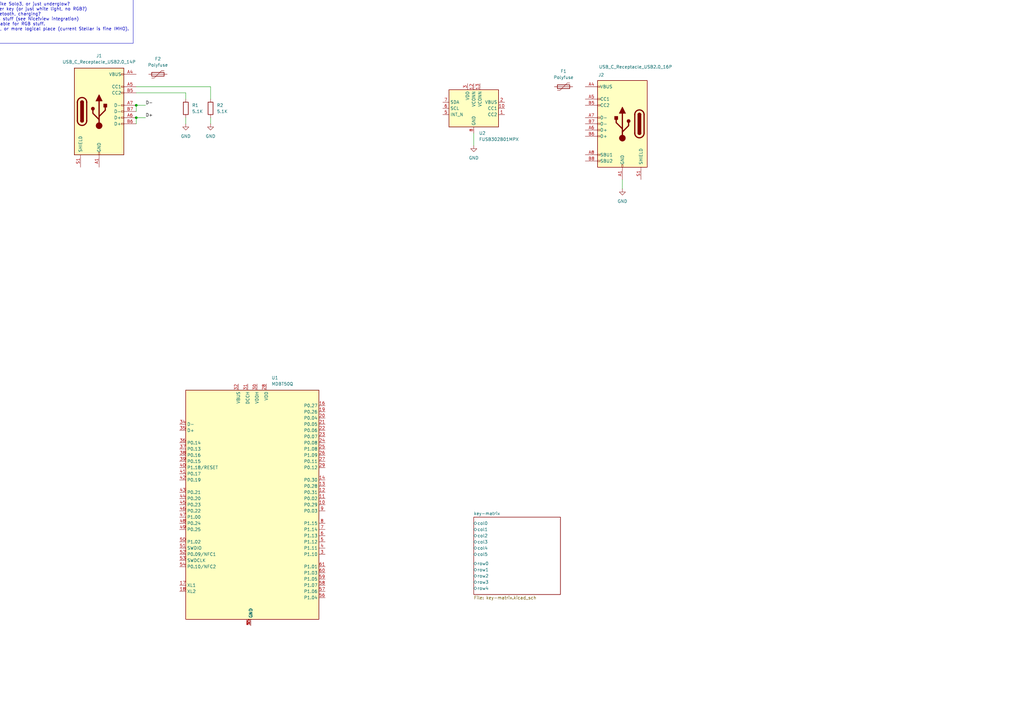
<source format=kicad_sch>
(kicad_sch (version 20250114) (generator "eeschema") (generator_version "9.0")
  (paper "A3")
  (lib_symbols
    (symbol "Connector:USB_C_Receptacle_USB2.0_14P" (pin_names (offset 1.016))
      (property "Reference" "J" (at 0 22.225 0))
      (property "Value" "USB_C_Receptacle_USB2.0_14P" (at 0 19.685 0))
      (symbol "USB_C_Receptacle_USB2.0_14P_0_0"
        (rectangle (start -0.254 -17.78) (end 0.254 -16.764))
        (rectangle (start 10.16 15.494) (end 9.144 14.986))
        (rectangle (start 10.16 10.414) (end 9.144 9.906))
        (rectangle (start 10.16 7.874) (end 9.144 7.366))
        (rectangle (start 10.16 2.794) (end 9.144 2.286))
        (rectangle (start 10.16 0.254) (end 9.144 -0.254))
        (rectangle (start 10.16 -2.286) (end 9.144 -2.794))
        (rectangle (start 10.16 -4.826) (end 9.144 -5.334))
      )
      (symbol "USB_C_Receptacle_USB2.0_14P_0_1"
        (rectangle (start -10.16 17.78) (end 10.16 -17.78) (stroke (width 0.254)) (fill (type background)))
        (polyline (pts (xy -8.89 -3.81) (xy -8.89 3.81)) (stroke (width 0.508)))
        (rectangle (start -7.62 -3.81) (end -6.35 3.81) (stroke (width 0.254)) (fill (type outline)))
        (arc (start -7.62 3.81) (mid -6.985 4.4423) (end -6.35 3.81) (stroke (width 0.254)))
        (arc (start -7.62 3.81) (mid -6.985 4.4423) (end -6.35 3.81) (stroke (width 0.254)) (fill (type outline)))
        (arc (start -8.89 3.81) (mid -6.985 5.7067) (end -5.08 3.81) (stroke (width 0.508)))
        (arc (start -5.08 -3.81) (mid -6.985 -5.7067) (end -8.89 -3.81) (stroke (width 0.508)))
        (arc (start -6.35 -3.81) (mid -6.985 -4.4423) (end -7.62 -3.81) (stroke (width 0.254)))
        (arc (start -6.35 -3.81) (mid -6.985 -4.4423) (end -7.62 -3.81) (stroke (width 0.254)) (fill (type outline)))
        (polyline (pts (xy -5.08 3.81) (xy -5.08 -3.81)) (stroke (width 0.508)))
        (circle (center -2.54 1.143) (radius 0.635) (stroke (width 0.254)) (fill (type outline)))
        (polyline (pts (xy -1.27 4.318) (xy 0 6.858) (xy 1.27 4.318) (xy -1.27 4.318)) (stroke (width 0.254)) (fill (type outline)))
        (polyline (pts (xy 0 -2.032) (xy 2.54 0.508) (xy 2.54 1.778)) (stroke (width 0.508)))
        (polyline (pts (xy 0 -3.302) (xy -2.54 -0.762) (xy -2.54 0.508)) (stroke (width 0.508)))
        (polyline (pts (xy 0 -5.842) (xy 0 4.318)) (stroke (width 0.508)))
        (circle (center 0 -5.842) (radius 1.27) (fill (type outline)))
        (rectangle (start 1.905 1.778) (end 3.175 3.048) (stroke (width 0.254)) (fill (type outline)))
      )
      (symbol "USB_C_Receptacle_USB2.0_14P_1_1"
        (pin passive line (at -7.62 -22.86 90) (length 5.08) (name "SHIELD") (number "S1"))
        (pin passive line (at 0 -22.86 90) (length 5.08) (name "GND") (number "A1"))
        (pin passive line (at 0 -22.86 90) (length 5.08) (hide yes) (name "GND") (number "A12"))
        (pin passive line (at 0 -22.86 90) (length 5.08) (hide yes) (name "GND") (number "B1"))
        (pin passive line (at 0 -22.86 90) (length 5.08) (hide yes) (name "GND") (number "B12"))
        (pin passive line (at 15.24 15.24 180) (length 5.08) (name "VBUS") (number "A4"))
        (pin passive line (at 15.24 15.24 180) (length 5.08) (hide yes) (name "VBUS") (number "A9"))
        (pin passive line (at 15.24 15.24 180) (length 5.08) (hide yes) (name "VBUS") (number "B4"))
        (pin passive line (at 15.24 15.24 180) (length 5.08) (hide yes) (name "VBUS") (number "B9"))
        (pin bidirectional line (at 15.24 10.16 180) (length 5.08) (name "CC1") (number "A5"))
        (pin bidirectional line (at 15.24 7.62 180) (length 5.08) (name "CC2") (number "B5"))
        (pin bidirectional line (at 15.24 2.54 180) (length 5.08) (name "D-") (number "A7"))
        (pin bidirectional line (at 15.24 0 180) (length 5.08) (name "D-") (number "B7"))
        (pin bidirectional line (at 15.24 -2.54 180) (length 5.08) (name "D+") (number "A6"))
        (pin bidirectional line (at 15.24 -5.08 180) (length 5.08) (name "D+") (number "B6"))
      )
    )
    (symbol "Connector:USB_C_Receptacle_USB2.0_16P" (pin_names (offset 1.016))
      (property "Reference" "J" (at 0 22.225 0))
      (property "Value" "USB_C_Receptacle_USB2.0_16P" (at 0 19.685 0))
      (symbol "USB_C_Receptacle_USB2.0_16P_0_0"
        (rectangle (start -0.254 -17.78) (end 0.254 -16.764))
        (rectangle (start 10.16 15.494) (end 9.144 14.986))
        (rectangle (start 10.16 10.414) (end 9.144 9.906))
        (rectangle (start 10.16 7.874) (end 9.144 7.366))
        (rectangle (start 10.16 2.794) (end 9.144 2.286))
        (rectangle (start 10.16 0.254) (end 9.144 -0.254))
        (rectangle (start 10.16 -2.286) (end 9.144 -2.794))
        (rectangle (start 10.16 -4.826) (end 9.144 -5.334))
        (rectangle (start 10.16 -12.446) (end 9.144 -12.954))
        (rectangle (start 10.16 -14.986) (end 9.144 -15.494))
      )
      (symbol "USB_C_Receptacle_USB2.0_16P_0_1"
        (rectangle (start -10.16 17.78) (end 10.16 -17.78) (stroke (width 0.254)) (fill (type background)))
        (polyline (pts (xy -8.89 -3.81) (xy -8.89 3.81)) (stroke (width 0.508)))
        (rectangle (start -7.62 -3.81) (end -6.35 3.81) (stroke (width 0.254)) (fill (type outline)))
        (arc (start -7.62 3.81) (mid -6.985 4.4423) (end -6.35 3.81) (stroke (width 0.254)))
        (arc (start -7.62 3.81) (mid -6.985 4.4423) (end -6.35 3.81) (stroke (width 0.254)) (fill (type outline)))
        (arc (start -8.89 3.81) (mid -6.985 5.7067) (end -5.08 3.81) (stroke (width 0.508)))
        (arc (start -5.08 -3.81) (mid -6.985 -5.7067) (end -8.89 -3.81) (stroke (width 0.508)))
        (arc (start -6.35 -3.81) (mid -6.985 -4.4423) (end -7.62 -3.81) (stroke (width 0.254)))
        (arc (start -6.35 -3.81) (mid -6.985 -4.4423) (end -7.62 -3.81) (stroke (width 0.254)) (fill (type outline)))
        (polyline (pts (xy -5.08 3.81) (xy -5.08 -3.81)) (stroke (width 0.508)))
        (circle (center -2.54 1.143) (radius 0.635) (stroke (width 0.254)) (fill (type outline)))
        (polyline (pts (xy -1.27 4.318) (xy 0 6.858) (xy 1.27 4.318) (xy -1.27 4.318)) (stroke (width 0.254)) (fill (type outline)))
        (polyline (pts (xy 0 -2.032) (xy 2.54 0.508) (xy 2.54 1.778)) (stroke (width 0.508)))
        (polyline (pts (xy 0 -3.302) (xy -2.54 -0.762) (xy -2.54 0.508)) (stroke (width 0.508)))
        (polyline (pts (xy 0 -5.842) (xy 0 4.318)) (stroke (width 0.508)))
        (circle (center 0 -5.842) (radius 1.27) (fill (type outline)))
        (rectangle (start 1.905 1.778) (end 3.175 3.048) (stroke (width 0.254)) (fill (type outline)))
      )
      (symbol "USB_C_Receptacle_USB2.0_16P_1_1"
        (pin passive line (at -7.62 -22.86 90) (length 5.08) (name "SHIELD") (number "S1"))
        (pin passive line (at 0 -22.86 90) (length 5.08) (name "GND") (number "A1"))
        (pin passive line (at 0 -22.86 90) (length 5.08) (hide yes) (name "GND") (number "A12"))
        (pin passive line (at 0 -22.86 90) (length 5.08) (hide yes) (name "GND") (number "B1"))
        (pin passive line (at 0 -22.86 90) (length 5.08) (hide yes) (name "GND") (number "B12"))
        (pin passive line (at 15.24 15.24 180) (length 5.08) (name "VBUS") (number "A4"))
        (pin passive line (at 15.24 15.24 180) (length 5.08) (hide yes) (name "VBUS") (number "A9"))
        (pin passive line (at 15.24 15.24 180) (length 5.08) (hide yes) (name "VBUS") (number "B4"))
        (pin passive line (at 15.24 15.24 180) (length 5.08) (hide yes) (name "VBUS") (number "B9"))
        (pin bidirectional line (at 15.24 10.16 180) (length 5.08) (name "CC1") (number "A5"))
        (pin bidirectional line (at 15.24 7.62 180) (length 5.08) (name "CC2") (number "B5"))
        (pin bidirectional line (at 15.24 2.54 180) (length 5.08) (name "D-") (number "A7"))
        (pin bidirectional line (at 15.24 0 180) (length 5.08) (name "D-") (number "B7"))
        (pin bidirectional line (at 15.24 -2.54 180) (length 5.08) (name "D+") (number "A6"))
        (pin bidirectional line (at 15.24 -5.08 180) (length 5.08) (name "D+") (number "B6"))
        (pin bidirectional line (at 15.24 -12.7 180) (length 5.08) (name "SBU1") (number "A8"))
        (pin bidirectional line (at 15.24 -15.24 180) (length 5.08) (name "SBU2") (number "B8"))
      )
    )
    (symbol "Device:Polyfuse" (pin_numbers (hide yes)) (pin_names (offset 0))
      (property "Reference" "F" (at -2.54 0 90))
      (property "Value" "Polyfuse" (at 2.54 0 90))
      (symbol "Polyfuse_0_1"
        (polyline (pts (xy -1.524 2.54) (xy -1.524 1.524) (xy 1.524 -1.524) (xy 1.524 -2.54)))
        (rectangle (start -0.762 2.54) (end 0.762 -2.54) (stroke (width 0.254)))
        (polyline (pts (xy 0 2.54) (xy 0 -2.54)))
      )
      (symbol "Polyfuse_1_1"
        (pin passive line (at 0 3.81 270) (length 1.27) (name "~") (number "1"))
        (pin passive line (at 0 -3.81 90) (length 1.27) (name "~") (number "2"))
      )
    )
    (symbol "Device:R" (pin_numbers (hide yes)) (pin_names (offset 0))
      (property "Reference" "R" (at 2.032 0 90))
      (property "Value" "R" (at 0 0 90))
      (symbol "R_0_1"
        (rectangle (start -1.016 -2.54) (end 1.016 2.54) (stroke (width 0.254)))
      )
      (symbol "R_1_1"
        (pin passive line (at 0 3.81 270) (length 1.27) (name "~") (number "1"))
        (pin passive line (at 0 -3.81 90) (length 1.27) (name "~") (number "2"))
      )
    )
    (symbol "Interface_USB:FUSB302B01MPX"
      (property "Reference" "U" (at -10.16 8.89 0))
      (property "Value" "FUSB302B01MPX" (at 3.81 8.89 0))
      (symbol "FUSB302B01MPX_0_1"
        (rectangle (start -10.16 7.62) (end 10.16 -7.62) (stroke (width 0.254)) (fill (type background)))
      )
      (symbol "FUSB302B01MPX_1_1"
        (pin bidirectional line (at -12.7 2.54 0) (length 2.54) (name "SDA") (number "7"))
        (pin input line (at -12.7 0 0) (length 2.54) (name "SCL") (number "6"))
        (pin open_collector line (at -12.7 -2.54 0) (length 2.54) (name "INT_N") (number "5"))
        (pin power_in line (at -2.54 10.16 270) (length 2.54) (name "VDD") (number "3"))
        (pin passive line (at -2.54 10.16 270) (length 2.54) (hide yes) (name "VDD") (number "4"))
        (pin power_in line (at 0 10.16 270) (length 2.54) (name "VCONN") (number "12"))
        (pin passive line (at 0 -10.16 90) (length 2.54) (hide yes) (name "GND") (number "15"))
        (pin power_in line (at 0 -10.16 90) (length 2.54) (name "GND") (number "8"))
        (pin passive line (at 0 -10.16 90) (length 2.54) (hide yes) (name "GND") (number "9"))
        (pin power_in line (at 2.54 10.16 270) (length 2.54) (name "VCONN") (number "13"))
        (pin input line (at 12.7 2.54 180) (length 2.54) (name "VBUS") (number "2"))
        (pin bidirectional line (at 12.7 0 180) (length 2.54) (name "CC1") (number "10"))
        (pin bidirectional line (at 12.7 0 180) (length 2.54) (hide yes) (name "CC1") (number "11"))
        (pin bidirectional line (at 12.7 -2.54 180) (length 2.54) (name "CC2") (number "1"))
        (pin bidirectional line (at 12.7 -2.54 180) (length 2.54) (hide yes) (name "CC2") (number "14"))
      )
    )
    (symbol "power:GND" (power) (pin_numbers (hide yes)) (pin_names (offset 0) (hide yes))
      (property "Value" "GND" (at 0 -3.81 0))
      (symbol "GND_0_1"
        (polyline (pts (xy 0 0) (xy 0 -1.27) (xy 1.27 -1.27) (xy 0 -2.54) (xy -1.27 -1.27) (xy 0 -1.27)))
      )
      (symbol "GND_1_1"
        (pin power_in line (at 0 0 270) (length 0) (name "~") (number "1"))
      )
    )
    (symbol "stellar:MDBT50Q"
      (property "Reference" "U" (at 0.508 4.318 0))
      (property "Value" "MDBT50Q" (at 4.064 2.286 0))
      (symbol "MDBT50Q_1_1"
        (rectangle (start 0 0) (end 54.61 -93.98) (stroke (width 0.254)) (fill (type background)))
        (pin bidirectional line (at -2.54 -13.97 0) (length 2.54) (name "D-") (number "34"))
        (pin bidirectional line (at -2.54 -16.51 0) (length 2.54) (name "D+") (number "35"))
        (pin bidirectional line (at -2.54 -21.59 0) (length 2.54) (name "P0.14") (number "36"))
        (pin bidirectional line (at -2.54 -24.13 0) (length 2.54) (name "P0.13") (number "37"))
        (pin bidirectional line (at -2.54 -26.67 0) (length 2.54) (name "P0.16") (number "38"))
        (pin bidirectional line (at -2.54 -29.21 0) (length 2.54) (name "P0.15") (number "39"))
        (pin bidirectional line (at -2.54 -31.75 0) (length 2.54) (name "P1.18/RESET") (number "40"))
        (pin bidirectional line (at -2.54 -34.29 0) (length 2.54) (name "P0.17") (number "41"))
        (pin bidirectional line (at -2.54 -36.83 0) (length 2.54) (name "P0.19") (number "42"))
        (pin bidirectional line (at -2.54 -41.91 0) (length 2.54) (name "P0.21") (number "43"))
        (pin bidirectional line (at -2.54 -44.45 0) (length 2.54) (name "P0.20") (number "44"))
        (pin bidirectional line (at -2.54 -46.99 0) (length 2.54) (name "P0.23") (number "45"))
        (pin bidirectional line (at -2.54 -49.53 0) (length 2.54) (name "P0.22") (number "46"))
        (pin bidirectional line (at -2.54 -52.07 0) (length 2.54) (name "P1.00") (number "47"))
        (pin bidirectional line (at -2.54 -54.61 0) (length 2.54) (name "P0.24") (number "48"))
        (pin bidirectional line (at -2.54 -57.15 0) (length 2.54) (name "P0.25") (number "49"))
        (pin bidirectional line (at -2.54 -62.23 0) (length 2.54) (name "P1.02") (number "50"))
        (pin bidirectional line (at -2.54 -64.77 0) (length 2.54) (name "SWDIO") (number "51"))
        (pin bidirectional line (at -2.54 -67.31 0) (length 2.54) (name "P0.09/NFC1") (number "52"))
        (pin input line (at -2.54 -69.85 0) (length 2.54) (name "SWDCLK") (number "53"))
        (pin bidirectional line (at -2.54 -72.39 0) (length 2.54) (name "P0.10/NFC2") (number "54"))
        (pin input line (at -2.54 -80.01 0) (length 2.54) (name "XL1") (number "17"))
        (pin input line (at -2.54 -82.55 0) (length 2.54) (name "XL2") (number "18"))
        (pin power_in line (at 21.59 2.54 270) (length 2.54) (name "VBUS") (number "32"))
        (pin power_in line (at 25.4 2.54 270) (length 2.54) (name "DCCH") (number "31"))
        (pin power_in line (at 26.67 -96.52 90) (length 2.54) (name "GND") (number "1"))
        (pin power_in line (at 26.67 -96.52 90) (length 2.54) (name "GND") (number "15"))
        (pin power_in line (at 26.67 -96.52 90) (length 2.54) (name "GND") (number "2"))
        (pin power_in line (at 26.67 -96.52 90) (length 2.54) (name "GND") (number "33"))
        (pin power_in line (at 26.67 -96.52 90) (length 2.54) (name "GND") (number "55"))
        (pin power_in line (at 29.21 2.54 270) (length 2.54) (name "VDDH") (number "30"))
        (pin power_in line (at 33.02 2.54 270) (length 2.54) (name "VDD") (number "28"))
        (pin bidirectional line (at 57.15 -6.35 180) (length 2.54) (name "P0.27") (number "16"))
        (pin bidirectional line (at 57.15 -8.89 180) (length 2.54) (name "P0.26") (number "19"))
        (pin bidirectional line (at 57.15 -11.43 180) (length 2.54) (name "P0.04") (number "20"))
        (pin bidirectional line (at 57.15 -13.97 180) (length 2.54) (name "P0.05") (number "21"))
        (pin bidirectional line (at 57.15 -16.51 180) (length 2.54) (name "P0.06") (number "22"))
        (pin bidirectional line (at 57.15 -19.05 180) (length 2.54) (name "P0.07") (number "23"))
        (pin bidirectional line (at 57.15 -21.59 180) (length 2.54) (name "P0.08") (number "24"))
        (pin bidirectional line (at 57.15 -24.13 180) (length 2.54) (name "P1.08") (number "25"))
        (pin bidirectional line (at 57.15 -26.67 180) (length 2.54) (name "P1.09") (number "26"))
        (pin bidirectional line (at 57.15 -29.21 180) (length 2.54) (name "P0.11") (number "27"))
        (pin bidirectional line (at 57.15 -31.75 180) (length 2.54) (name "P0.12") (number "29"))
        (pin bidirectional line (at 57.15 -36.83 180) (length 2.54) (name "P0.30") (number "14"))
        (pin bidirectional line (at 57.15 -39.37 180) (length 2.54) (name "P0.28") (number "13"))
        (pin bidirectional line (at 57.15 -41.91 180) (length 2.54) (name "P0.31") (number "12"))
        (pin bidirectional line (at 57.15 -44.45 180) (length 2.54) (name "P0.02") (number "11"))
        (pin bidirectional line (at 57.15 -46.99 180) (length 2.54) (name "P0.29") (number "10"))
        (pin bidirectional line (at 57.15 -49.53 180) (length 2.54) (name "P0.03") (number "9"))
        (pin bidirectional line (at 57.15 -54.61 180) (length 2.54) (name "P1.15") (number "8"))
        (pin bidirectional line (at 57.15 -57.15 180) (length 2.54) (name "P1.14") (number "7"))
        (pin bidirectional line (at 57.15 -59.69 180) (length 2.54) (name "P1.13") (number "6"))
        (pin bidirectional line (at 57.15 -62.23 180) (length 2.54) (name "P1.12") (number "5"))
        (pin bidirectional line (at 57.15 -64.77 180) (length 2.54) (name "P1.11") (number "4"))
        (pin bidirectional line (at 57.15 -67.31 180) (length 2.54) (name "P1.10") (number "3"))
        (pin bidirectional line (at 57.15 -72.39 180) (length 2.54) (name "P1.01") (number "61"))
        (pin bidirectional line (at 57.15 -74.93 180) (length 2.54) (name "P1.03") (number "60"))
        (pin bidirectional line (at 57.15 -77.47 180) (length 2.54) (name "P1.05") (number "59"))
        (pin bidirectional line (at 57.15 -80.01 180) (length 2.54) (name "P1.07") (number "58"))
        (pin bidirectional line (at 57.15 -82.55 180) (length 2.54) (name "P1.06") (number "57"))
        (pin bidirectional line (at 57.15 -85.09 180) (length 2.54) (name "P1.04") (number "56"))
      )
    )
  )
  (text_box "* add battery charger circuit\n* add battery connector\n* add USB emc stuff\n* add current limiting circuit (should we disable power if connected to a 500mA USB port?). Think off disabling charging, RGB, etc. Just allow MCUs, LCDs.\n* add logic to enable/disable serial connection, also add custom PD-protocol for this.\n* add RGB lightning, like Solo3, or just underglow?\n* add RGB lightning per key (or just white light, no RGB?)\n* indicator lights? bluetooth, charging?\n* LCD/OLED for status stuff (see Nice!view integration)\n* hardware enable/disable for RGB stuff.\n* reset button, bottom, or more logical place (current Stellar is fine IMHO).\n* " (at -22.86 -16.51 0) (size 77.47 34.29) (margins 0.9525 0.9525 0.9525 0.9525) (effects (font (size 1.27 1.27)) (justify left top)))
  (junction (at 55.88 43.18))
  (junction (at 55.88 48.26))
  (wire (pts (xy 76.2 40.64) (xy 76.2 38.1)))
  (wire (pts (xy 76.2 38.1) (xy 55.88 38.1)))
  (wire (pts (xy 86.36 48.26) (xy 86.36 50.8)))
  (wire (pts (xy 55.88 43.18) (xy 55.88 45.72)))
  (wire (pts (xy 55.88 35.56) (xy 86.36 35.56)))
  (wire (pts (xy 76.2 48.26) (xy 76.2 50.8)))
  (wire (pts (xy 86.36 35.56) (xy 86.36 40.64)))
  (wire (pts (xy 55.88 48.26) (xy 59.69 48.26)))
  (wire (pts (xy 55.88 48.26) (xy 55.88 50.8)))
  (wire (pts (xy 55.88 43.18) (xy 59.69 43.18)))
  (wire (pts (xy 255.27 73.66) (xy 255.27 77.47)))
  (wire (pts (xy 194.31 54.61) (xy 194.31 59.69)))
  (label "D+" (at 59.69 48.26 0))
  (label "D-" (at 59.69 43.18 0))
  (symbol (lib_id "stellar:MDBT50Q") (at 76.2 160.02 0) (unit 1)
    (property "Reference" "U1" (at 111.3633 154.94 0) (effects (justify left)))
    (property "Value" "MDBT50Q" (at 111.3633 157.48 0) (effects (justify left)))
    (property "Footprint" "stellar:MDBT50Q" (effects (hide yes)))
    (property "Datasheet" "https://www.raytac.com/download/index.php?index_id=43" (effects (hide yes)))
    (property "Description" "Nordic nRF52840 Bluetooth Low Energy Module" (effects (hide yes)))
  )
  (symbol (lib_id "power:GND") (at 86.36 50.8 0) (unit 1)
    (property "Reference" "#PWR06" (effects (hide yes)))
    (property "Value" "GND" (at 86.36 55.88 0))
    (property "Description" "Power symbol creates a global label with name \"GND\" , ground" (effects (hide yes)))
  )
  (symbol (lib_id "power:GND") (at 76.2 50.8 0) (unit 1)
    (property "Reference" "#PWR05" (effects (hide yes)))
    (property "Value" "GND" (at 76.2 55.88 0))
    (property "Description" "Power symbol creates a global label with name \"GND\" , ground" (effects (hide yes)))
  )
  (symbol (lib_id "power:GND") (at 194.31 59.69 0) (unit 1)
    (property "Reference" "#PWR02" (effects (hide yes)))
    (property "Value" "GND" (at 194.31 64.77 0))
    (property "Description" "Power symbol creates a global label with name \"GND\" , ground" (effects (hide yes)))
  )
  (symbol (lib_id "Device:R") (at 86.36 44.45 0) (unit 1)
    (property "Reference" "R2" (at 88.9 43.1799 0) (effects (justify left)))
    (property "Value" "5.1K" (at 88.9 45.7199 0) (effects (justify left)))
    (property "Description" "Resistor" (effects (hide yes)))
  )
  (symbol (lib_id "Device:R") (at 76.2 44.45 0) (unit 1)
    (property "Reference" "R1" (at 78.74 43.1799 0) (effects (justify left)))
    (property "Value" "5.1K" (at 78.74 45.7199 0) (effects (justify left)))
    (property "Description" "Resistor" (effects (hide yes)))
  )
  (symbol (lib_id "Device:Polyfuse") (at 231.14 35.56 90) (unit 1)
    (property "Reference" "F1" (at 231.14 29.21 90))
    (property "Value" "Polyfuse" (at 231.14 31.75 90))
    (property "Description" "Resettable fuse, polymeric positive temperature coefficient" (effects (hide yes)))
  )
  (symbol (lib_id "power:GND") (at 255.27 77.47 0) (unit 1)
    (property "Reference" "#PWR01" (effects (hide yes)))
    (property "Value" "GND" (at 255.27 82.55 0))
    (property "Description" "Power symbol creates a global label with name \"GND\" , ground" (effects (hide yes)))
  )
  (symbol (lib_id "Interface_USB:FUSB302B01MPX") (at 194.31 44.45 0) (unit 1)
    (property "Reference" "U2" (at 196.4533 54.61 0) (effects (justify left)))
    (property "Value" "FUSB302B01MPX" (at 196.4533 57.15 0) (effects (justify left)))
    (property "Footprint" "Package_DFN_QFN:WQFN-14-1EP_2.5x2.5mm_P0.5mm_EP1.45x1.45mm" (effects (hide yes)))
    (property "Datasheet" "http://www.onsemi.com/pub/Collateral/FUSB302B-D.PDF" (effects (hide yes)))
    (property "Description" "Programmable USB Type-C Controller w/PD, I2C address 0x23, WQFN-14" (effects (hide yes)))
  )
  (symbol (lib_id "Connector:USB_C_Receptacle_USB2.0_16P") (at 255.27 50.8 0) (mirror y) (unit 1)
    (property "Reference" "J2" (at 245.364 30.734 0) (effects (justify right)))
    (property "Value" "USB_C_Receptacle_USB2.0_16P" (at 245.618 27.432 0) (effects (justify right)))
    (property "Footprint" "stellar:USB4510031A" (effects (hide yes)))
    (property "Datasheet" "https://www.usb.org/sites/default/files/documents/usb_type-c.zip" (effects (hide yes)))
    (property "Description" "USB 2.0-only 16P Type-C Receptacle connector" (effects (hide yes)))
  )
  (symbol (lib_id "Connector:USB_C_Receptacle_USB2.0_14P") (at 40.64 45.72 0) (unit 1)
    (property "Reference" "J1" (at 40.64 22.86 0))
    (property "Value" "USB_C_Receptacle_USB2.0_14P" (at 40.64 25.4 0))
    (property "Footprint" "stellar:USB4510031A" (effects (hide yes)))
    (property "Datasheet" "https://www.usb.org/sites/default/files/documents/usb_type-c.zip" (effects (hide yes)))
    (property "Description" "USB 2.0-only 14P Type-C Receptacle connector" (effects (hide yes)))
  )
  (symbol (lib_id "Device:Polyfuse") (at 64.77 30.48 90) (unit 1)
    (property "Reference" "F2" (at 64.77 24.13 90))
    (property "Value" "Polyfuse" (at 64.77 26.67 90))
    (property "Description" "Resettable fuse, polymeric positive temperature coefficient" (effects (hide yes)))
  )
  (sheet (at 194.31 212.09) (size 35.56 31.75) (stroke (width 0.1524))
    (property "Sheetname" "key-matrix" (at 194.31 211.3784 0) (effects (justify left bottom)))
    (property "Sheetfile" "key-matrix.kicad_sch" (at 194.31 244.4246 0) (effects (justify left top)))
    (pin "row0" bidirectional (at 194.31 231.14 180))
    (pin "row4" bidirectional (at 194.31 241.3 180))
    (pin "row2" bidirectional (at 194.31 236.22 180))
    (pin "row3" bidirectional (at 194.31 238.76 180))
    (pin "row1" bidirectional (at 194.31 233.68 180))
    (pin "col3" bidirectional (at 194.31 222.25 180))
    (pin "col4" bidirectional (at 194.31 224.79 180))
    (pin "col2" bidirectional (at 194.31 219.71 180))
    (pin "col0" bidirectional (at 194.31 214.63 180))
    (pin "col1" bidirectional (at 194.31 217.17 180))
    (pin "col5" bidirectional (at 194.31 227.33 180))
  )
)
</source>
